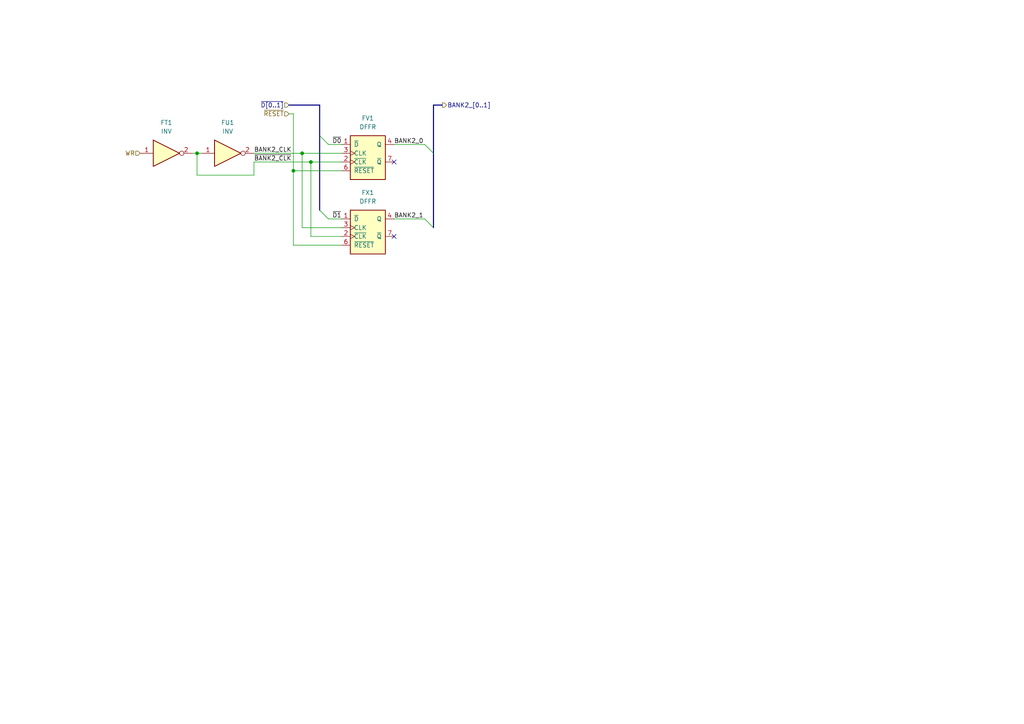
<source format=kicad_sch>
(kicad_sch (version 20211123) (generator eeschema)
  (paper "A4")
  (title_block (title "MBC1B - BANK2 register (0x4000-0x5FFF)") (date "2022-03-13") (rev "A") (company "https://gekkio.fi") (comment 1 "https://github.com/Gekkio/gb-research"))
  (lib_symbols
    (symbol "MBC1B:DFFR" (pin_names (offset 1.016))
      (property "Reference" "U" (at 0 6.35 0))
      (property "Value" "DFFR" (at 0 -8.89 0))
      (symbol "DFFR_0_1"
        (rectangle (start -5.08 5.08) (end 5.08 -7.62) (stroke (width 0.254)) (fill (type background)))
      )
      (symbol "DFFR_1_1"
        (pin input line (at -7.62 2.54 0) (length 2.54) (name "~{D}") (number "1"))
        (pin passive clock (at -7.62 -2.54 0) (length 2.54) (name "~{CLK}") (number "2"))
        (pin input clock (at -7.62 0 0) (length 2.54) (name "CLK") (number "3"))
        (pin output line (at 7.62 2.54 180) (length 2.54) (name "Q") (number "4"))
        (pin input line (at -7.62 -5.08 0) (length 2.54) (name "~{RESET}") (number "6"))
        (pin output line (at 7.62 -2.54 180) (length 2.54) (name "~{Q}") (number "7"))
      )
    )
    (symbol "MBC1B:INV" (pin_names (offset 1.016) hide)
      (property "Reference" "U" (at 0 5.08 0))
      (property "Value" "INV" (at 0 -5.08 0))
      (symbol "INV_1_0"
        (polyline (pts (xy -3.81 3.81) (xy -3.81 -3.81) (xy 3.81 0) (xy -3.81 3.81)) (stroke (width 0.254)) (fill (type background)))
        (pin input line (at -7.62 0 0) (length 3.81) (name "A") (number "1"))
        (pin output inverted (at 7.62 0 180) (length 3.81) (name "Y") (number "2"))
      )
    )
  )
  (junction (at 85.09 49.53))
  (junction (at 90.17 46.99))
  (junction (at 87.63 44.45))
  (junction (at 57.15 44.45))
  (no_connect (at 114.3 46.99))
  (no_connect (at 114.3 68.58))
  (bus_entry (at 123.19 41.91) (size 2.54 2.54))
  (bus_entry (at 123.19 63.5) (size 2.54 2.54))
  (bus_entry (at 92.71 39.37) (size 2.54 2.54))
  (bus_entry (at 92.71 60.96) (size 2.54 2.54))
  (wire (pts (xy 55.88 44.45) (xy 57.15 44.45)))
  (bus (pts (xy 125.73 30.48) (xy 128.27 30.48)))
  (bus (pts (xy 125.73 44.45) (xy 125.73 66.04)))
  (wire (pts (xy 87.63 44.45) (xy 99.06 44.45)))
  (wire (pts (xy 57.15 50.8) (xy 73.66 50.8)))
  (bus (pts (xy 92.71 30.48) (xy 92.71 39.37)))
  (wire (pts (xy 90.17 68.58) (xy 99.06 68.58)))
  (wire (pts (xy 73.66 44.45) (xy 87.63 44.45)))
  (bus (pts (xy 125.73 44.45) (xy 125.73 30.48)))
  (wire (pts (xy 57.15 44.45) (xy 57.15 50.8)))
  (wire (pts (xy 73.66 46.99) (xy 90.17 46.99)))
  (wire (pts (xy 83.82 33.02) (xy 85.09 33.02)))
  (wire (pts (xy 90.17 46.99) (xy 90.17 68.58)))
  (wire (pts (xy 114.3 41.91) (xy 123.19 41.91)))
  (wire (pts (xy 87.63 66.04) (xy 99.06 66.04)))
  (wire (pts (xy 99.06 49.53) (xy 85.09 49.53)))
  (wire (pts (xy 85.09 49.53) (xy 85.09 71.12)))
  (bus (pts (xy 92.71 39.37) (xy 92.71 60.96)))
  (wire (pts (xy 95.25 41.91) (xy 99.06 41.91)))
  (bus (pts (xy 83.82 30.48) (xy 92.71 30.48)))
  (wire (pts (xy 114.3 63.5) (xy 123.19 63.5)))
  (wire (pts (xy 73.66 50.8) (xy 73.66 46.99)))
  (wire (pts (xy 90.17 46.99) (xy 99.06 46.99)))
  (wire (pts (xy 85.09 71.12) (xy 99.06 71.12)))
  (wire (pts (xy 85.09 33.02) (xy 85.09 49.53)))
  (wire (pts (xy 57.15 44.45) (xy 58.42 44.45)))
  (wire (pts (xy 87.63 44.45) (xy 87.63 66.04)))
  (wire (pts (xy 95.25 63.5) (xy 99.06 63.5)))
  (label "~{BANK2_CLK}" (at 73.66 46.99 0))
  (label "BANK2_1" (at 114.3 63.5 0))
  (label "~{D0}" (at 99.06 41.91 180))
  (label "~{D1}" (at 99.06 63.5 180))
  (label "BANK2_CLK" (at 73.66 44.45 0))
  (label "BANK2_0" (at 114.3 41.91 0))
  (hierarchical_label "~{D[0..1]}" (shape input) (at 83.82 30.48 180))
  (hierarchical_label "~{RESET}" (shape input) (at 83.82 33.02 180))
  (hierarchical_label "BANK2_[0..1]" (shape output) (at 128.27 30.48 0))
  (hierarchical_label "WR" (shape input) (at 40.64 44.45 180))
  (symbol (lib_id "MBC1B:INV") (at 48.26 44.45 0) (unit 1)
    (property "Reference" "FT1" (at 48.26 35.56 0))
    (property "Value" "INV" (at 48.26 38.1 0))
  )
  (symbol (lib_id "MBC1B:INV") (at 66.04 44.45 0) (unit 1)
    (property "Reference" "FU1" (at 66.04 35.56 0))
    (property "Value" "INV" (at 66.04 38.1 0))
  )
  (symbol (lib_id "MBC1B:DFFR") (at 106.68 44.45 0) (unit 1)
    (property "Reference" "FV1" (at 106.68 34.29 0))
    (property "Value" "DFFR" (at 106.68 36.83 0))
  )
  (symbol (lib_id "MBC1B:DFFR") (at 106.68 66.04 0) (unit 1)
    (property "Reference" "FX1" (at 106.68 55.88 0))
    (property "Value" "DFFR" (at 106.68 58.42 0))
  )
)
</source>
